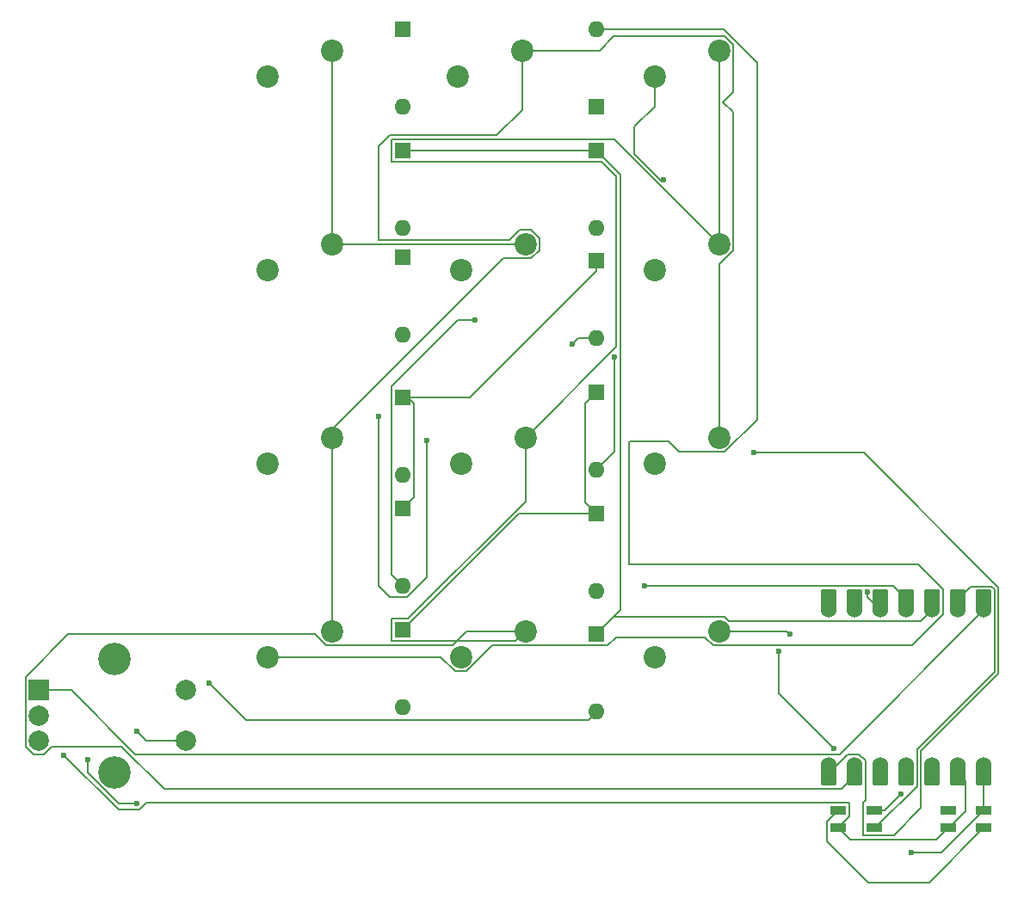
<source format=gbr>
%TF.GenerationSoftware,KiCad,Pcbnew,8.0.8*%
%TF.CreationDate,2025-03-23T18:30:03-07:00*%
%TF.ProjectId,Turtlepad Finalplz,54757274-6c65-4706-9164-2046696e616c,rev?*%
%TF.SameCoordinates,Original*%
%TF.FileFunction,Copper,L1,Top*%
%TF.FilePolarity,Positive*%
%FSLAX46Y46*%
G04 Gerber Fmt 4.6, Leading zero omitted, Abs format (unit mm)*
G04 Created by KiCad (PCBNEW 8.0.8) date 2025-03-23 18:30:03*
%MOMM*%
%LPD*%
G01*
G04 APERTURE LIST*
G04 Aperture macros list*
%AMRoundRect*
0 Rectangle with rounded corners*
0 $1 Rounding radius*
0 $2 $3 $4 $5 $6 $7 $8 $9 X,Y pos of 4 corners*
0 Add a 4 corners polygon primitive as box body*
4,1,4,$2,$3,$4,$5,$6,$7,$8,$9,$2,$3,0*
0 Add four circle primitives for the rounded corners*
1,1,$1+$1,$2,$3*
1,1,$1+$1,$4,$5*
1,1,$1+$1,$6,$7*
1,1,$1+$1,$8,$9*
0 Add four rect primitives between the rounded corners*
20,1,$1+$1,$2,$3,$4,$5,0*
20,1,$1+$1,$4,$5,$6,$7,0*
20,1,$1+$1,$6,$7,$8,$9,0*
20,1,$1+$1,$8,$9,$2,$3,0*%
G04 Aperture macros list end*
%TA.AperFunction,ComponentPad*%
%ADD10C,2.200000*%
%TD*%
%TA.AperFunction,SMDPad,CuDef*%
%ADD11R,1.600000X0.850000*%
%TD*%
%TA.AperFunction,SMDPad,CuDef*%
%ADD12RoundRect,0.152400X0.609600X-1.063600X0.609600X1.063600X-0.609600X1.063600X-0.609600X-1.063600X0*%
%TD*%
%TA.AperFunction,ComponentPad*%
%ADD13C,1.524000*%
%TD*%
%TA.AperFunction,SMDPad,CuDef*%
%ADD14RoundRect,0.152400X-0.609600X1.063600X-0.609600X-1.063600X0.609600X-1.063600X0.609600X1.063600X0*%
%TD*%
%TA.AperFunction,ComponentPad*%
%ADD15R,2.000000X2.000000*%
%TD*%
%TA.AperFunction,ComponentPad*%
%ADD16C,2.000000*%
%TD*%
%TA.AperFunction,ComponentPad*%
%ADD17C,3.200000*%
%TD*%
%TA.AperFunction,ComponentPad*%
%ADD18R,1.600000X1.600000*%
%TD*%
%TA.AperFunction,ComponentPad*%
%ADD19O,1.600000X1.600000*%
%TD*%
%TA.AperFunction,ViaPad*%
%ADD20C,0.600000*%
%TD*%
%TA.AperFunction,Conductor*%
%ADD21C,0.200000*%
%TD*%
G04 APERTURE END LIST*
D10*
%TO.P,SW8,1,1*%
%TO.N,Net-(U1-GPIO2{slash}SCK)*%
X131127500Y-68738750D03*
%TO.P,SW8,2,2*%
%TO.N,Net-(D6-A)*%
X124777500Y-71278750D03*
%TD*%
D11*
%TO.P,D14,1,DOUT*%
%TO.N,unconnected-(D14-DOUT-Pad1)*%
X153662500Y-124456250D03*
%TO.P,D14,2,VSS*%
%TO.N,GND*%
X153662500Y-126206250D03*
%TO.P,D14,3,DIN*%
%TO.N,Net-(D1-DOUT)*%
X157162500Y-126206250D03*
%TO.P,D14,4,VDD*%
%TO.N,+5V*%
X157162500Y-124456250D03*
%TD*%
D10*
%TO.P,SW3,1,1*%
%TO.N,Net-(U1-GPIO1{slash}RX)*%
X93027500Y-87788750D03*
%TO.P,SW3,2,2*%
%TO.N,Net-(D4-A)*%
X86677500Y-90328750D03*
%TD*%
%TO.P,SW12,1,1*%
%TO.N,Net-(U1-GPIO1{slash}RX)*%
X93027500Y-106838750D03*
%TO.P,SW12,2,2*%
%TO.N,Net-(D12-A)*%
X86677500Y-109378750D03*
%TD*%
%TO.P,SW10,1,1*%
%TO.N,Net-(U1-GPIO2{slash}SCK)*%
X131127500Y-106838750D03*
%TO.P,SW10,2,2*%
%TO.N,Net-(D13-A)*%
X124777500Y-109378750D03*
%TD*%
%TO.P,SW7,1,1*%
%TO.N,Net-(U1-GPIO2{slash}SCK)*%
X131127500Y-49688750D03*
%TO.P,SW7,2,2*%
%TO.N,Net-(D3-A)*%
X124777500Y-52228750D03*
%TD*%
%TO.P,SW5,1,1*%
%TO.N,Net-(U1-GPIO4{slash}MISO)*%
X112077500Y-68738750D03*
%TO.P,SW5,2,2*%
%TO.N,Net-(D8-A)*%
X105727500Y-71278750D03*
%TD*%
D12*
%TO.P,U1,1,GPIO26/ADC0/A0*%
%TO.N,Net-(U1-GPIO26{slash}ADC0{slash}A0)*%
X157162500Y-103940000D03*
D13*
X157162500Y-104775000D03*
D12*
%TO.P,U1,2,GPIO27/ADC1/A1*%
%TO.N,Net-(D1-DIN)*%
X154622500Y-103940000D03*
D13*
X154622500Y-104775000D03*
D12*
%TO.P,U1,3,GPIO28/ADC2/A2*%
%TO.N,Net-(D2-K)*%
X152082500Y-103940000D03*
D13*
X152082500Y-104775000D03*
D12*
%TO.P,U1,4,GPIO29/ADC3/A3*%
%TO.N,Net-(D5-K)*%
X149542500Y-103940000D03*
D13*
X149542500Y-104775000D03*
D12*
%TO.P,U1,5,GPIO6/SDA*%
%TO.N,Net-(D10-K)*%
X147002500Y-103940000D03*
D13*
X147002500Y-104775000D03*
D12*
%TO.P,U1,6,GPIO7/SCL*%
%TO.N,Net-(D11-K)*%
X144462500Y-103940000D03*
D13*
X144462500Y-104775000D03*
D12*
%TO.P,U1,7,GPIO0/TX*%
%TO.N,Net-(U1-GPIO0{slash}TX)*%
X141922500Y-103940000D03*
D13*
X141922500Y-104775000D03*
%TO.P,U1,8,GPIO1/RX*%
%TO.N,Net-(U1-GPIO1{slash}RX)*%
X141922500Y-120015000D03*
D14*
X141922500Y-120850000D03*
D13*
%TO.P,U1,9,GPIO2/SCK*%
%TO.N,Net-(U1-GPIO2{slash}SCK)*%
X144462500Y-120015000D03*
D14*
X144462500Y-120850000D03*
D13*
%TO.P,U1,10,GPIO4/MISO*%
%TO.N,Net-(U1-GPIO4{slash}MISO)*%
X147002500Y-120015000D03*
D14*
X147002500Y-120850000D03*
D13*
%TO.P,U1,11,GPIO3/MOSI*%
%TO.N,Net-(U1-GPIO3{slash}MOSI)*%
X149542500Y-120015000D03*
D14*
X149542500Y-120850000D03*
D13*
%TO.P,U1,12,3V3*%
%TO.N,unconnected-(U1-3V3-Pad12)*%
X152082500Y-120015000D03*
D14*
X152082500Y-120850000D03*
D13*
%TO.P,U1,13,GND*%
%TO.N,GND*%
X154622500Y-120015000D03*
D14*
X154622500Y-120850000D03*
D13*
%TO.P,U1,14,VBUS*%
%TO.N,+5V*%
X157162500Y-120015000D03*
D14*
X157162500Y-120850000D03*
%TD*%
D10*
%TO.P,SW4,1,1*%
%TO.N,Net-(U1-GPIO1{slash}RX)*%
X111760000Y-49688750D03*
%TO.P,SW4,2,2*%
%TO.N,Net-(D7-A)*%
X105410000Y-52228750D03*
%TD*%
%TO.P,SW11,1,1*%
%TO.N,Net-(U1-GPIO2{slash}SCK)*%
X112077500Y-106838750D03*
%TO.P,SW11,2,2*%
%TO.N,Net-(D9-A)*%
X105727500Y-109378750D03*
%TD*%
%TO.P,SW9,1,1*%
%TO.N,Net-(U1-GPIO1{slash}RX)*%
X131127500Y-87788750D03*
%TO.P,SW9,2,2*%
%TO.N,Net-(D10-A)*%
X124777500Y-90328750D03*
%TD*%
%TO.P,SW1,1,1*%
%TO.N,Net-(U1-GPIO4{slash}MISO)*%
X93027500Y-49688750D03*
%TO.P,SW1,2,2*%
%TO.N,Net-(D2-A)*%
X86677500Y-52228750D03*
%TD*%
%TO.P,SW6,1,1*%
%TO.N,Net-(U1-GPIO2{slash}SCK)*%
X112077500Y-87788750D03*
%TO.P,SW6,2,2*%
%TO.N,Net-(D11-A)*%
X105727500Y-90328750D03*
%TD*%
%TO.P,SW2,1,1*%
%TO.N,Net-(U1-GPIO4{slash}MISO)*%
X93027500Y-68738750D03*
%TO.P,SW2,2,2*%
%TO.N,Net-(D5-A)*%
X86677500Y-71278750D03*
%TD*%
D15*
%TO.P,SW15,A,A*%
%TO.N,Net-(U1-GPIO26{slash}ADC0{slash}A0)*%
X64187500Y-112637500D03*
D16*
%TO.P,SW15,B,B*%
%TO.N,Net-(U1-GPIO0{slash}TX)*%
X64187500Y-117637500D03*
%TO.P,SW15,C,C*%
%TO.N,GND*%
X64187500Y-115137500D03*
D17*
%TO.P,SW15,MP*%
%TO.N,N/C*%
X71687500Y-109537500D03*
X71687500Y-120737500D03*
D16*
%TO.P,SW15,S1,S1*%
%TO.N,Net-(U1-GPIO3{slash}MOSI)*%
X78687500Y-117637500D03*
%TO.P,SW15,S2,S2*%
%TO.N,GND*%
X78687500Y-112637500D03*
%TD*%
D11*
%TO.P,D1,1,DOUT*%
%TO.N,Net-(D1-DOUT)*%
X142875000Y-124456250D03*
%TO.P,D1,2,VSS*%
%TO.N,GND*%
X142875000Y-126206250D03*
%TO.P,D1,3,DIN*%
%TO.N,Net-(D1-DIN)*%
X146375000Y-126206250D03*
%TO.P,D1,4,VDD*%
%TO.N,+5V*%
X146375000Y-124456250D03*
%TD*%
D18*
%TO.P,D9,1,K*%
%TO.N,Net-(D10-K)*%
X100012500Y-83820000D03*
D19*
%TO.P,D9,2,A*%
%TO.N,Net-(D9-A)*%
X100012500Y-91440000D03*
%TD*%
D18*
%TO.P,D11,1,K*%
%TO.N,Net-(D11-K)*%
X100012500Y-70008750D03*
D19*
%TO.P,D11,2,A*%
%TO.N,Net-(D11-A)*%
X100012500Y-77628750D03*
%TD*%
D18*
%TO.P,D3,1,K*%
%TO.N,Net-(D2-K)*%
X119062500Y-59531250D03*
D19*
%TO.P,D3,2,A*%
%TO.N,Net-(D3-A)*%
X119062500Y-67151250D03*
%TD*%
D18*
%TO.P,D7,1,K*%
%TO.N,Net-(D5-K)*%
X100012500Y-106680000D03*
D19*
%TO.P,D7,2,A*%
%TO.N,Net-(D7-A)*%
X100012500Y-114300000D03*
%TD*%
D18*
%TO.P,D6,1,K*%
%TO.N,Net-(D5-K)*%
X119062500Y-83343750D03*
D19*
%TO.P,D6,2,A*%
%TO.N,Net-(D6-A)*%
X119062500Y-90963750D03*
%TD*%
D18*
%TO.P,D12,1,K*%
%TO.N,Net-(D11-K)*%
X119062500Y-55245000D03*
D19*
%TO.P,D12,2,A*%
%TO.N,Net-(D12-A)*%
X119062500Y-47625000D03*
%TD*%
D18*
%TO.P,D10,1,K*%
%TO.N,Net-(D10-K)*%
X119062500Y-70356250D03*
D19*
%TO.P,D10,2,A*%
%TO.N,Net-(D10-A)*%
X119062500Y-77976250D03*
%TD*%
D18*
%TO.P,D8,1,K*%
%TO.N,Net-(D10-K)*%
X100012500Y-94773750D03*
D19*
%TO.P,D8,2,A*%
%TO.N,Net-(D8-A)*%
X100012500Y-102393750D03*
%TD*%
D18*
%TO.P,D4,1,K*%
%TO.N,Net-(D2-K)*%
X119062500Y-107156250D03*
D19*
%TO.P,D4,2,A*%
%TO.N,Net-(D4-A)*%
X119062500Y-114776250D03*
%TD*%
D18*
%TO.P,D5,1,K*%
%TO.N,Net-(D5-K)*%
X119062500Y-95250000D03*
D19*
%TO.P,D5,2,A*%
%TO.N,Net-(D5-A)*%
X119062500Y-102870000D03*
%TD*%
D18*
%TO.P,D13,1,K*%
%TO.N,Net-(D11-K)*%
X100012500Y-47625000D03*
D19*
%TO.P,D13,2,A*%
%TO.N,Net-(D13-A)*%
X100012500Y-55245000D03*
%TD*%
D18*
%TO.P,D2,1,K*%
%TO.N,Net-(D2-K)*%
X100012500Y-59531250D03*
D19*
%TO.P,D2,2,A*%
%TO.N,Net-(D2-A)*%
X100012500Y-67151250D03*
%TD*%
D20*
%TO.N,+5V*%
X149027467Y-122833717D03*
X150018750Y-128587500D03*
%TO.N,Net-(D3-A)*%
X125678015Y-62440735D03*
%TO.N,Net-(D4-A)*%
X80962500Y-111918750D03*
%TO.N,Net-(D5-A)*%
X102393750Y-88106250D03*
X97631250Y-85725000D03*
%TO.N,Net-(D5-K)*%
X123825000Y-102393750D03*
%TO.N,Net-(D6-A)*%
X120843750Y-79871028D03*
%TO.N,Net-(D8-A)*%
X107156250Y-76200000D03*
%TO.N,Net-(D10-K)*%
X145724500Y-102993750D03*
%TO.N,Net-(D10-A)*%
X116681250Y-78581250D03*
%TO.N,Net-(U1-GPIO1{slash}RX)*%
X134540625Y-89296875D03*
%TO.N,Net-(U1-GPIO2{slash}SCK)*%
X138112500Y-107156250D03*
X137010222Y-108838750D03*
X142394383Y-118353000D03*
%TO.N,Net-(U1-GPIO3{slash}MOSI)*%
X73818750Y-116681250D03*
X69056250Y-119475981D03*
X73818750Y-123825000D03*
%TO.N,GND*%
X66675000Y-119062500D03*
%TD*%
D21*
%TO.N,Net-(D1-DOUT)*%
X141775000Y-127487500D02*
X141775000Y-125556250D01*
X145856250Y-131568750D02*
X141775000Y-127487500D01*
X157162500Y-126206250D02*
X151800000Y-131568750D01*
X141775000Y-125556250D02*
X142875000Y-124456250D01*
X151800000Y-131568750D02*
X145856250Y-131568750D01*
%TO.N,+5V*%
X157162500Y-120015000D02*
X157162500Y-124456250D01*
X157162500Y-124456250D02*
X153031250Y-128587500D01*
X146375000Y-124456250D02*
X147404934Y-124456250D01*
X147404934Y-124456250D02*
X149027467Y-122833717D01*
X153031250Y-128587500D02*
X150018750Y-128587500D01*
%TO.N,Net-(D1-DIN)*%
X154622500Y-104775000D02*
X154622500Y-103697370D01*
X158224500Y-102684786D02*
X158224500Y-110856750D01*
X150604500Y-118476750D02*
X150604500Y-122105214D01*
X150604500Y-122105214D02*
X146503464Y-126206250D01*
X154622500Y-103697370D02*
X155895870Y-102424000D01*
X157963714Y-102424000D02*
X158224500Y-102684786D01*
X155895870Y-102424000D02*
X157963714Y-102424000D01*
X146503464Y-126206250D02*
X146375000Y-126206250D01*
X158224500Y-110856750D02*
X150604500Y-118476750D01*
%TO.N,Net-(D2-K)*%
X152082500Y-104775000D02*
X151020500Y-105837000D01*
X132105649Y-105837000D02*
X131707399Y-105438750D01*
X151020500Y-105837000D02*
X132105649Y-105837000D01*
X121443750Y-61912500D02*
X119062500Y-59531250D01*
X131707399Y-105438750D02*
X120780000Y-105438750D01*
X119062500Y-107156250D02*
X121443750Y-104775000D01*
X119062500Y-59531250D02*
X100012500Y-59531250D01*
X120780000Y-105438750D02*
X119062500Y-107156250D01*
X121443750Y-104775000D02*
X121443750Y-61912500D01*
%TO.N,Net-(D3-A)*%
X124777500Y-55195806D02*
X122823306Y-57150000D01*
X122823306Y-59868870D02*
X125536593Y-62582157D01*
X124777500Y-52228750D02*
X124777500Y-55195806D01*
X122823306Y-57150000D02*
X122823306Y-59868870D01*
X125536593Y-62582157D02*
X125678015Y-62440735D01*
%TO.N,Net-(D4-A)*%
X119062500Y-114776250D02*
X118262501Y-115576249D01*
X84619999Y-115576249D02*
X80962500Y-111918750D01*
X118262501Y-115576249D02*
X84619999Y-115576249D01*
%TO.N,Net-(D5-A)*%
X102393750Y-101568135D02*
X100468135Y-103493750D01*
X98731250Y-103493750D02*
X97631250Y-102393750D01*
X100468135Y-103493750D02*
X98731250Y-103493750D01*
X102393750Y-88106250D02*
X102393750Y-101568135D01*
X97631250Y-102393750D02*
X97631250Y-85725000D01*
%TO.N,Net-(D5-K)*%
X149542500Y-104775000D02*
X149542500Y-103697370D01*
X148238880Y-102393750D02*
X123825000Y-102393750D01*
X117962500Y-94150000D02*
X117962500Y-84443750D01*
X119062500Y-95250000D02*
X111442500Y-95250000D01*
X117962500Y-84443750D02*
X119062500Y-83343750D01*
X111442500Y-95250000D02*
X100012500Y-106680000D01*
X119062500Y-95250000D02*
X117962500Y-94150000D01*
X149542500Y-103697370D02*
X148238880Y-102393750D01*
%TO.N,Net-(D6-A)*%
X120843750Y-89182500D02*
X120843750Y-79871028D01*
X119062500Y-90963750D02*
X120843750Y-89182500D01*
%TO.N,Net-(D8-A)*%
X100012500Y-102393750D02*
X98912500Y-101293750D01*
X98912500Y-82720000D02*
X105432500Y-76200000D01*
X98912500Y-101293750D02*
X98912500Y-82720000D01*
X105432500Y-76200000D02*
X107156250Y-76200000D01*
%TO.N,Net-(D10-K)*%
X147002500Y-104775000D02*
X147002500Y-103940000D01*
X119062500Y-70356250D02*
X119062500Y-71356250D01*
X145724500Y-103497000D02*
X145724500Y-102993750D01*
X147002500Y-104775000D02*
X145724500Y-103497000D01*
X106598750Y-83820000D02*
X100012500Y-83820000D01*
X100012500Y-94773750D02*
X101112500Y-93673750D01*
X119062500Y-71356250D02*
X106598750Y-83820000D01*
X101112500Y-84443750D02*
X100012500Y-83343750D01*
X101112500Y-93673750D02*
X101112500Y-84443750D01*
%TO.N,Net-(D10-A)*%
X116681250Y-78581250D02*
X117286250Y-77976250D01*
X117286250Y-77976250D02*
X119062500Y-77976250D01*
%TO.N,Net-(D12-A)*%
X153144500Y-102684786D02*
X150706528Y-100246814D01*
X150706528Y-100246814D02*
X122243750Y-100246814D01*
X131707399Y-89188750D02*
X134867500Y-86028649D01*
X106307399Y-110778750D02*
X108829899Y-108256250D01*
X127206250Y-89188750D02*
X131707399Y-89188750D01*
X86677500Y-109378750D02*
X103747601Y-109378750D01*
X134867500Y-86028649D02*
X134867500Y-50883165D01*
X153144500Y-105214895D02*
X153144500Y-102684786D01*
X150120645Y-108238750D02*
X153144500Y-105214895D01*
X120162500Y-108256250D02*
X121000101Y-107418649D01*
X134867500Y-50883165D02*
X131609335Y-47625000D01*
X122243750Y-88271936D02*
X122326936Y-88188750D01*
X122243750Y-100246814D02*
X122243750Y-88271936D01*
X105147601Y-110778750D02*
X106307399Y-110778750D01*
X131609335Y-47625000D02*
X119062500Y-47625000D01*
X108829899Y-108256250D02*
X120162500Y-108256250D01*
X103747601Y-109378750D02*
X105147601Y-110778750D01*
X122326936Y-88188750D02*
X126206250Y-88188750D01*
X126206250Y-88188750D02*
X127206250Y-89188750D01*
X130547601Y-108238750D02*
X150120645Y-108238750D01*
X121000101Y-107418649D02*
X129727500Y-107418649D01*
X129727500Y-107418649D02*
X130547601Y-108238750D01*
%TO.N,Net-(U1-GPIO4{slash}MISO)*%
X93027500Y-68738750D02*
X93027500Y-49688750D01*
X112077500Y-68738750D02*
X93027500Y-68738750D01*
%TO.N,Net-(U1-GPIO1{slash}RX)*%
X131127500Y-87788750D02*
X131127500Y-70718649D01*
X143819500Y-118953000D02*
X144902395Y-118953000D01*
X120780000Y-48288750D02*
X119380000Y-49688750D01*
X145275000Y-126931250D02*
X148318464Y-126931250D01*
X111760000Y-55552152D02*
X109280902Y-58031250D01*
X111497601Y-67338750D02*
X112657399Y-67338750D01*
X97631250Y-68338750D02*
X110497601Y-68338750D01*
X113477500Y-68158851D02*
X113477500Y-69318649D01*
X110497601Y-68338750D02*
X111497601Y-67338750D01*
X144902395Y-118953000D02*
X145524500Y-119575105D01*
X145402275Y-89296875D02*
X134540625Y-89296875D01*
X131127500Y-70718649D02*
X132527500Y-69318649D01*
X113477500Y-69318649D02*
X112657399Y-70138750D01*
X145524500Y-119575105D02*
X145524500Y-123481750D01*
X151020500Y-124229214D02*
X151020500Y-118626436D01*
X93027500Y-88265000D02*
X93027500Y-106838750D01*
X92868750Y-88106250D02*
X93027500Y-88265000D01*
X132527500Y-49108851D02*
X131707399Y-48288750D01*
X132527500Y-53768750D02*
X132527500Y-49108851D01*
X148318464Y-126931250D02*
X151020500Y-124229214D01*
X93027500Y-87947500D02*
X92868750Y-88106250D01*
X131527500Y-54768750D02*
X132527500Y-53768750D01*
X98746815Y-58031250D02*
X97631250Y-59146815D01*
X151020500Y-118626436D02*
X158624500Y-111022436D01*
X97631250Y-59146815D02*
X97631250Y-68338750D01*
X109280902Y-58031250D02*
X98746815Y-58031250D01*
X111760000Y-49688750D02*
X111760000Y-55552152D01*
X119380000Y-49688750D02*
X111760000Y-49688750D01*
X131707399Y-48288750D02*
X120780000Y-48288750D01*
X112657399Y-70138750D02*
X109894098Y-70138750D01*
X109894098Y-70138750D02*
X93027500Y-87005348D01*
X93027500Y-87788750D02*
X93027500Y-87947500D01*
X132527500Y-69318649D02*
X132527500Y-55768750D01*
X158624500Y-111022436D02*
X158624500Y-102519100D01*
X131127500Y-87947500D02*
X130968750Y-88106250D01*
X145524500Y-123481750D02*
X145275000Y-123731250D01*
X112657399Y-67338750D02*
X113477500Y-68158851D01*
X132527500Y-55768750D02*
X131527500Y-54768750D01*
X141922500Y-120850000D02*
X143819500Y-118953000D01*
X93027500Y-87005348D02*
X93027500Y-87788750D01*
X158624500Y-102519100D02*
X145402275Y-89296875D01*
X145275000Y-123731250D02*
X145275000Y-126931250D01*
%TO.N,Net-(U1-GPIO2{slash}SCK)*%
X67068750Y-107156250D02*
X91365101Y-107156250D01*
X137010222Y-108838750D02*
X137010222Y-112968839D01*
X137010222Y-112968839D02*
X142394383Y-118353000D01*
X63649022Y-118937500D02*
X62887500Y-118175978D01*
X76556564Y-122366000D02*
X72366542Y-118175978D01*
X143189130Y-122366000D02*
X76556564Y-122366000D01*
X112077500Y-106838750D02*
X111136250Y-107780000D01*
X121043750Y-62078186D02*
X119596814Y-60631250D01*
X144462500Y-120015000D02*
X144462500Y-121092630D01*
X111136250Y-107780000D02*
X98912500Y-107780000D01*
X62887500Y-111337500D02*
X67068750Y-107156250D01*
X65487500Y-118175978D02*
X64725978Y-118937500D01*
X104887601Y-108238750D02*
X106287601Y-106838750D01*
X137795000Y-106838750D02*
X138112500Y-107156250D01*
X98912500Y-60631250D02*
X98912500Y-58431250D01*
X106287601Y-106838750D02*
X112077500Y-106838750D01*
X98912500Y-58431250D02*
X120820000Y-58431250D01*
X64725978Y-118937500D02*
X63649022Y-118937500D01*
X120820000Y-58431250D02*
X131127500Y-68738750D01*
X121043750Y-78822500D02*
X121043750Y-62078186D01*
X98912500Y-107780000D02*
X98912500Y-105580000D01*
X112077500Y-94049314D02*
X112077500Y-87788750D01*
X98912500Y-105580000D02*
X100546814Y-105580000D01*
X112077500Y-87788750D02*
X121043750Y-78822500D01*
X131127500Y-68738750D02*
X131127500Y-49688750D01*
X92447601Y-108238750D02*
X104887601Y-108238750D01*
X72366542Y-118175978D02*
X65487500Y-118175978D01*
X131127500Y-106838750D02*
X137795000Y-106838750D01*
X144462500Y-121092630D02*
X143189130Y-122366000D01*
X62887500Y-118175978D02*
X62887500Y-111337500D01*
X91365101Y-107156250D02*
X92447601Y-108238750D01*
X119596814Y-60631250D02*
X98912500Y-60631250D01*
X100546814Y-105580000D02*
X112077500Y-94049314D01*
%TO.N,Net-(U1-GPIO26{slash}ADC0{slash}A0)*%
X67393750Y-112637500D02*
X64187500Y-112637500D01*
X157162500Y-104775000D02*
X142984500Y-118953000D01*
X142984500Y-118953000D02*
X73709250Y-118953000D01*
X73709250Y-118953000D02*
X67393750Y-112637500D01*
%TO.N,Net-(U1-GPIO3{slash}MOSI)*%
X69056250Y-119475981D02*
X69056250Y-120793256D01*
X74775000Y-117637500D02*
X78687500Y-117637500D01*
X73818750Y-116681250D02*
X74775000Y-117637500D01*
X72087994Y-123825000D02*
X73818750Y-123825000D01*
X69056250Y-120793256D02*
X72087994Y-123825000D01*
%TO.N,GND*%
X142875000Y-126206250D02*
X143975000Y-125106250D01*
X155384500Y-124559250D02*
X154137500Y-125806250D01*
X74761029Y-123731250D02*
X74067279Y-124425000D01*
X74067279Y-124425000D02*
X72037500Y-124425000D01*
X154137500Y-125806250D02*
X153662500Y-125806250D01*
X143975000Y-123731250D02*
X74761029Y-123731250D01*
X142875000Y-126206250D02*
X144000000Y-127331250D01*
X144000000Y-127331250D02*
X152537500Y-127331250D01*
X72037500Y-124425000D02*
X66675000Y-119062500D01*
X154622500Y-120850000D02*
X155384500Y-121612000D01*
X143975000Y-125106250D02*
X143975000Y-123731250D01*
X152537500Y-127331250D02*
X153662500Y-126206250D01*
X155384500Y-121612000D02*
X155384500Y-124559250D01*
%TD*%
M02*

</source>
